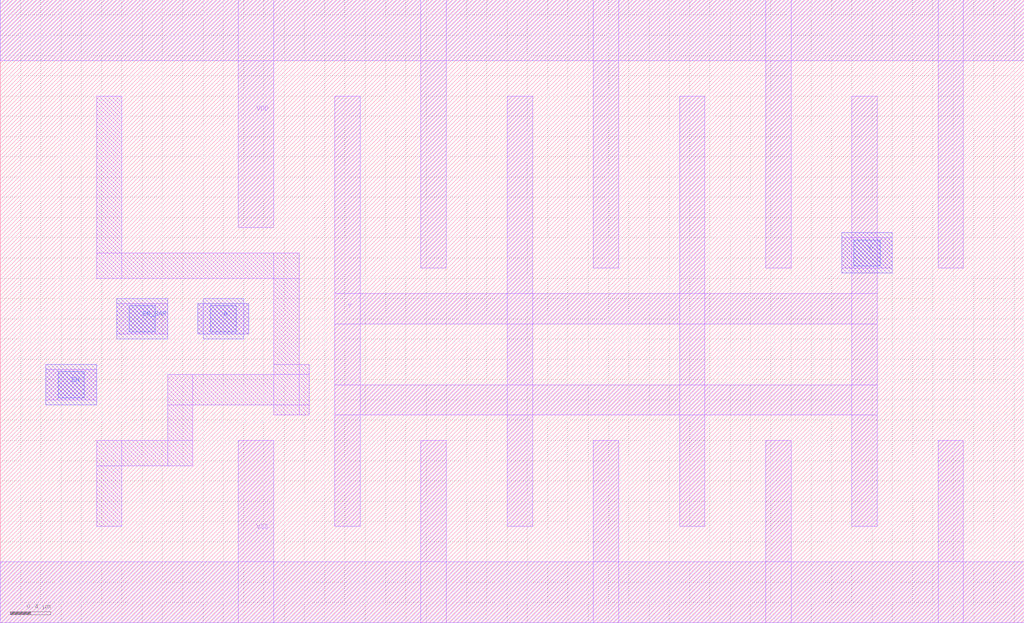
<source format=lef>
# Copyright 2022 Google LLC
# Licensed under the Apache License, Version 2.0 (the "License");
# you may not use this file except in compliance with the License.
# You may obtain a copy of the License at
#
#      http://www.apache.org/licenses/LICENSE-2.0
#
# Unless required by applicable law or agreed to in writing, software
# distributed under the License is distributed on an "AS IS" BASIS,
# WITHOUT WARRANTIES OR CONDITIONS OF ANY KIND, either express or implied.
# See the License for the specific language governing permissions and
# limitations under the License.
VERSION 5.7 ;
BUSBITCHARS "[]" ;
DIVIDERCHAR "/" ;

MACRO gf180mcu_osu_sc_9T_tbuf_8
  CLASS CORE ;
  ORIGIN 0 0 ;
  FOREIGN gf180mcu_osu_sc_9T_tbuf_8 0 0 ;
  SIZE 10.1 BY 6.15 ;
  SYMMETRY X Y ;
  SITE GF180_3p3_12t ;
  PIN VDD
    DIRECTION INOUT ;
    USE POWER ;
    SHAPE ABUTMENT ;
    PORT
      LAYER MET1 ;
        RECT 0 5.55 10.1 6.15 ;
        RECT 9.25 3.5 9.5 6.15 ;
        RECT 7.55 3.5 7.8 6.15 ;
        RECT 5.85 3.5 6.1 6.15 ;
        RECT 4.15 3.5 4.4 6.15 ;
        RECT 2.35 3.9 2.7 6.15 ;
    END
  END VDD
  PIN VSS
    DIRECTION INOUT ;
    USE GROUND ;
    PORT
      LAYER MET1 ;
        RECT 0 0 10.1 0.6 ;
        RECT 9.25 0 9.5 1.8 ;
        RECT 7.55 0 7.8 1.8 ;
        RECT 5.85 0 6.1 1.8 ;
        RECT 4.15 0 4.4 1.8 ;
        RECT 2.35 0 2.7 1.8 ;
    END
  END VSS
  PIN A
    DIRECTION INPUT ;
    USE SIGNAL ;
    PORT
      LAYER MET1 ;
        RECT 1.95 2.85 2.45 3.15 ;
      LAYER MET2 ;
        RECT 1.95 2.85 2.45 3.15 ;
        RECT 2 2.8 2.4 3.2 ;
      LAYER VIA12 ;
        RECT 2.07 2.87 2.33 3.13 ;
    END
  END A
  PIN EN
    DIRECTION INPUT ;
    USE SIGNAL ;
    PORT
      LAYER MET1 ;
        RECT 0.45 2.2 0.95 2.5 ;
      LAYER MET2 ;
        RECT 0.45 2.15 0.95 2.55 ;
      LAYER VIA12 ;
        RECT 0.57 2.22 0.83 2.48 ;
    END
  END EN
  PIN EN_BAR
    DIRECTION INPUT ;
    USE SIGNAL ;
    PORT
      LAYER MET1 ;
        RECT 1.15 2.85 1.65 3.15 ;
      LAYER MET2 ;
        RECT 1.15 2.8 1.65 3.2 ;
      LAYER VIA12 ;
        RECT 1.27 2.87 1.53 3.13 ;
    END
  END EN_BAR
  PIN Y
    DIRECTION OUTPUT ;
    USE SIGNAL ;
    PORT
      LAYER MET1 ;
        RECT 8.3 3.5 8.8 3.8 ;
        RECT 8.4 0.95 8.65 5.2 ;
        RECT 3.3 2.95 8.65 3.25 ;
        RECT 3.3 2.05 8.65 2.35 ;
        RECT 6.7 0.95 6.95 5.2 ;
        RECT 5 0.95 5.25 5.2 ;
        RECT 3.3 0.95 3.55 5.2 ;
      LAYER MET2 ;
        RECT 8.3 3.45 8.8 3.85 ;
      LAYER VIA12 ;
        RECT 8.42 3.52 8.68 3.78 ;
    END
  END Y
  OBS
    LAYER MET1 ;
      RECT 0.95 3.4 1.2 5.2 ;
      RECT 0.95 3.4 2.95 3.65 ;
      RECT 2.7 2.05 2.95 3.65 ;
      RECT 2.7 2.05 3.05 2.55 ;
      RECT 1.65 2.15 3.05 2.45 ;
      RECT 1.65 1.55 1.9 2.45 ;
      RECT 0.95 1.55 1.9 1.8 ;
      RECT 0.95 0.95 1.2 1.8 ;
  END
END gf180mcu_osu_sc_9T_tbuf_8

</source>
